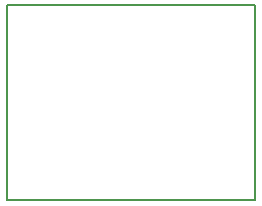
<source format=gbr>
G04 #@! TF.FileFunction,Profile,NP*
%FSLAX46Y46*%
G04 Gerber Fmt 4.6, Leading zero omitted, Abs format (unit mm)*
G04 Created by KiCad (PCBNEW no-vcs-found-product) date Tue 03 May 2016 10:20:12 PM EEST*
%MOMM*%
G01*
G04 APERTURE LIST*
%ADD10C,0.100000*%
%ADD11C,0.150000*%
G04 APERTURE END LIST*
D10*
D11*
X138000000Y-124250000D02*
X159000000Y-124250000D01*
X138000000Y-107750000D02*
X138000000Y-124250000D01*
X159000000Y-107750000D02*
X138000000Y-107750000D01*
X159000000Y-124250000D02*
X159000000Y-107750000D01*
M02*

</source>
